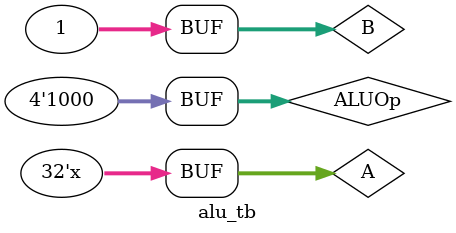
<source format=v>
`timescale 1ns / 1ps

module alu_tb();

reg signed [31:0]A,B;
reg [3:0]ALUOp;
wire [31:0]C;
wire Zero;

alu U_ALL(.A(A), .B(B), .ALUOp(ALUOp), .Zero(Zero), .C(C));

initial 
begin
A=32'd2;
B=32'd1;
ALUOp=4'b1000;
end

always #50 A=A+1;

endmodule


</source>
